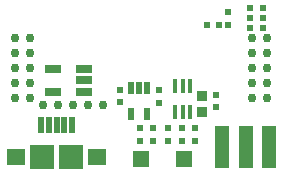
<source format=gbs>
G04 ================== begin FILE IDENTIFICATION RECORD ==================*
G04 Layout Name:  C:/USERS/MSAHADAT3/DROPBOX/GATECH/ETDS_PCB/allegro/ETDS_PCB_V1_3.brd*
G04 Film Name:    SOLDERMASK_BOTTOM*
G04 File Format:  Gerber RS274X*
G04 File Origin:  Cadence Allegro 16.6-S034*
G04 Origin Date:  Mon Aug 24 20:03:50 2015*
G04 *
G04 Layer:  VIA CLASS/SOLDERMASK_BOTTOM*
G04 Layer:  PIN/SOLDERMASK_BOTTOM*
G04 Layer:  PACKAGE GEOMETRY/SOLDERMASK_BOTTOM*
G04 Layer:  BOARD GEOMETRY/SOLDERMASK_BOTTOM*
G04 *
G04 Offset:    (0.00 0.00)*
G04 Mirror:    No*
G04 Mode:      Positive*
G04 Rotation:  0*
G04 FullContactRelief:  No*
G04 UndefLineWidth:     5.00*
G04 ================== end FILE IDENTIFICATION RECORD ====================*
%FSLAX25Y25*MOIN*%
%IR0*IPPOS*OFA0.00000B0.00000*MIA0B0*SFA1.00000B1.00000*%
%ADD20R,.045X.143*%
%ADD11R,.08X.08*%
%ADD13C,.02953*%
%ADD17R,.021X.041*%
%ADD18R,.033X.033*%
%ADD15R,.024X.024*%
%ADD14R,.054X.03*%
%ADD21R,.024X.024*%
%ADD12R,.02X.058*%
%ADD19R,.017X.045*%
%ADD10R,.062X.056*%
%ADD16R,.055X.055*%
%LPD*%
G75*
G54D10*
X752600Y1658850D03*
X779600D03*
G54D11*
X761420D03*
X770780D03*
G54D20*
X821248Y1662000D03*
X836996D03*
X829122D03*
G54D12*
X760980Y1669380D03*
X771220D03*
X768650D03*
X763540D03*
X766100D03*
G54D21*
X820400Y1702900D03*
X816200D03*
X834900Y1705200D03*
X830700D03*
X834900Y1701900D03*
X830700D03*
X834900Y1708500D03*
X830700D03*
G54D13*
X757400Y1678600D03*
X752400D03*
X757400Y1683600D03*
X752400D03*
X757400Y1688600D03*
X752400D03*
X757400Y1693600D03*
X752400D03*
X757400Y1698600D03*
X752400D03*
X771661Y1676061D03*
X766661D03*
X761661D03*
X781661D03*
X776661D03*
X836400Y1678600D03*
X831400D03*
X836400Y1683600D03*
X831400D03*
X836400Y1688600D03*
X831400D03*
X836400Y1693600D03*
X831400D03*
X836400Y1698600D03*
X831400D03*
G54D14*
X765000Y1680620D03*
X775300D03*
X765000Y1688100D03*
X775300Y1684360D03*
Y1688100D03*
G54D15*
X787300Y1677000D03*
Y1681200D03*
X798400Y1664300D03*
X793800D03*
X798400Y1668500D03*
X793800D03*
X800200Y1676900D03*
Y1681100D03*
X807900Y1664300D03*
X803300D03*
X812200D03*
X807900Y1668500D03*
X803300D03*
X812200D03*
X819300Y1675400D03*
Y1679600D03*
X823300Y1707100D03*
Y1702900D03*
G54D16*
X794400Y1658300D03*
X808600D03*
G54D17*
X791073Y1673100D03*
X796191D03*
Y1681700D03*
X793632D03*
X791073D03*
G54D18*
X814700Y1673700D03*
Y1679300D03*
G54D19*
X805500Y1673800D03*
X808100D03*
X810700D03*
Y1682600D03*
X808100D03*
X805500D03*
M02*

</source>
